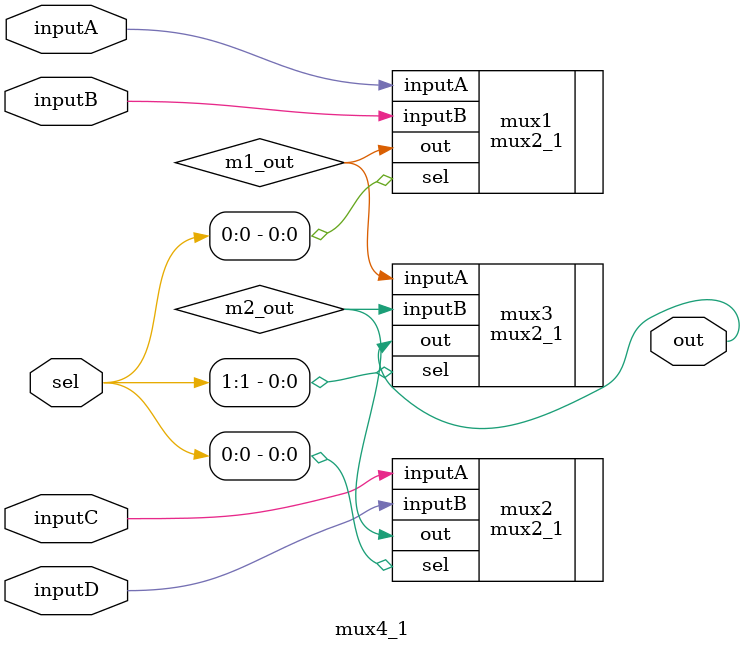
<source format=v>
/*
    CS/ECE 552 Spring '23
    Homework #1, Problem 1

    4-1 mux template
*/
`default_nettype none
module mux4_1(out, inputA, inputB, inputC, inputD, sel);
    output wire      out;
    input wire       inputA, inputB, inputC, inputD;
    input wire [1:0] sel;
	wire m1_out, m2_out;

    // YOUR CODE HERE
	mux2_1 mux1 (.out(m1_out), .inputA(inputA), .inputB(inputB), .sel(sel[0]));
	mux2_1 mux2 (.out(m2_out), .inputA(inputC), .inputB(inputD), .sel(sel[0]));
	mux2_1 mux3 (.out(out), .inputA(m1_out), .inputB(m2_out), .sel(sel[1]));
      
endmodule
`default_nettype wire

</source>
